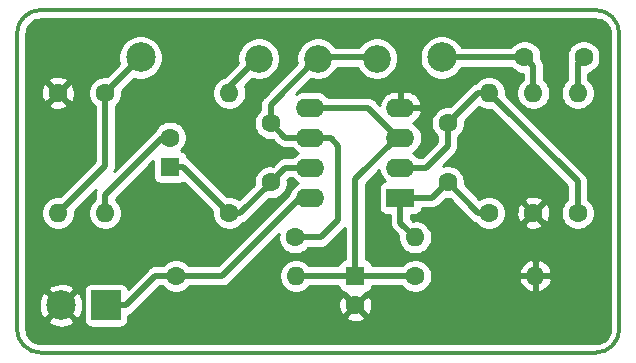
<source format=gbr>
G04 #@! TF.GenerationSoftware,KiCad,Pcbnew,(5.1.5-0-10_14)*
G04 #@! TF.CreationDate,2020-08-10T00:11:30+03:00*
G04 #@! TF.ProjectId,booster-op-amp,626f6f73-7465-4722-9d6f-702d616d702e,1*
G04 #@! TF.SameCoordinates,Original*
G04 #@! TF.FileFunction,Copper,L2,Bot*
G04 #@! TF.FilePolarity,Positive*
%FSLAX46Y46*%
G04 Gerber Fmt 4.6, Leading zero omitted, Abs format (unit mm)*
G04 Created by KiCad (PCBNEW (5.1.5-0-10_14)) date 2020-08-10 00:11:30*
%MOMM*%
%LPD*%
G04 APERTURE LIST*
%ADD10C,0.300000*%
%ADD11C,2.499360*%
%ADD12R,2.499360X2.499360*%
%ADD13O,2.400000X1.600000*%
%ADD14R,2.400000X1.600000*%
%ADD15C,2.340000*%
%ADD16O,1.600000X1.600000*%
%ADD17C,1.600000*%
%ADD18R,1.600000X1.600000*%
%ADD19C,0.500000*%
%ADD20C,0.254000*%
G04 APERTURE END LIST*
D10*
X166388000Y-83768000D02*
G75*
G02X168388000Y-85768000I0J-2000000D01*
G01*
X168388000Y-110768000D02*
G75*
G02X166388000Y-112768000I-2000000J0D01*
G01*
X119388000Y-112768000D02*
G75*
G02X117388000Y-110768000I0J2000000D01*
G01*
X117388000Y-85768000D02*
G75*
G02X119388000Y-83768000I2000000J0D01*
G01*
X119388000Y-112768000D02*
X166388000Y-112768000D01*
X117388000Y-85768000D02*
X117388000Y-110768000D01*
X166388000Y-83768000D02*
X119388000Y-83768000D01*
X168362000Y-110768000D02*
X168362000Y-85768000D01*
D11*
X127862000Y-87768000D03*
X153362000Y-87768000D03*
X121112000Y-108768000D03*
D12*
X124922000Y-108768000D03*
D13*
X142242000Y-99658000D03*
X149862000Y-92038000D03*
X142242000Y-97118000D03*
X149862000Y-94578000D03*
X142242000Y-94578000D03*
X149862000Y-97118000D03*
X142242000Y-92038000D03*
D14*
X149862000Y-99658000D03*
D15*
X147862000Y-87884000D03*
X142862000Y-87884000D03*
X137862000Y-87884000D03*
D16*
X120862000Y-100938000D03*
D17*
X120862000Y-90778000D03*
D16*
X124862000Y-100938000D03*
D17*
X124862000Y-90778000D03*
D16*
X135362000Y-90778000D03*
D17*
X135362000Y-100938000D03*
D16*
X151117000Y-103018000D03*
D17*
X140957000Y-103018000D03*
D16*
X157362000Y-90778000D03*
D17*
X157362000Y-100938000D03*
D16*
X164862000Y-90778000D03*
D17*
X164862000Y-100938000D03*
D16*
X161112000Y-90778000D03*
D17*
X161112000Y-100938000D03*
D16*
X161272000Y-106268000D03*
D17*
X151112000Y-106268000D03*
D16*
X141022000Y-106268000D03*
D17*
X130862000Y-106268000D03*
X130362000Y-94563112D03*
D18*
X130362000Y-97063112D03*
D17*
X138862000Y-93358000D03*
X138862000Y-98358000D03*
X153862000Y-93358000D03*
X153862000Y-98358000D03*
X160362000Y-87768000D03*
X165362000Y-87768000D03*
X146037000Y-108768000D03*
D18*
X146037000Y-106268000D03*
D19*
X149552000Y-94578000D02*
X149862000Y-94578000D01*
X146037000Y-98093000D02*
X149552000Y-94578000D01*
X146037000Y-106268000D02*
X146037000Y-98093000D01*
X151112000Y-106268000D02*
X146037000Y-106268000D01*
X146037000Y-106268000D02*
X141022000Y-106268000D01*
X143942000Y-92038000D02*
X142242000Y-92038000D01*
X147132000Y-92038000D02*
X143942000Y-92038000D01*
X149672000Y-94578000D02*
X147132000Y-92038000D01*
X149862000Y-94578000D02*
X149672000Y-94578000D01*
X161112000Y-88518000D02*
X160362000Y-87768000D01*
X161112000Y-90778000D02*
X161112000Y-88518000D01*
X160362000Y-87768000D02*
X153362000Y-87768000D01*
X164862000Y-88268000D02*
X165362000Y-87768000D01*
X164862000Y-90778000D02*
X164862000Y-88268000D01*
X164862000Y-98278000D02*
X157362000Y-90778000D01*
X164862000Y-100938000D02*
X164862000Y-98278000D01*
X156442000Y-90778000D02*
X153862000Y-93358000D01*
X157362000Y-90778000D02*
X156442000Y-90778000D01*
X152056000Y-97118000D02*
X149862000Y-97118000D01*
X153862000Y-95312000D02*
X152056000Y-97118000D01*
X153862000Y-93358000D02*
X153862000Y-95312000D01*
X152562000Y-99658000D02*
X149862000Y-99658000D01*
X153862000Y-98358000D02*
X152562000Y-99658000D01*
X156442000Y-100938000D02*
X153862000Y-98358000D01*
X157362000Y-100938000D02*
X156442000Y-100938000D01*
X149862000Y-101763000D02*
X151117000Y-103018000D01*
X149862000Y-99658000D02*
X149862000Y-101763000D01*
X140082000Y-94578000D02*
X138862000Y-93358000D01*
X142242000Y-94578000D02*
X140082000Y-94578000D01*
X144612000Y-101518000D02*
X144612000Y-95248000D01*
X140957000Y-103018000D02*
X143112000Y-103018000D01*
X144612000Y-95248000D02*
X143942000Y-94578000D01*
X143942000Y-94578000D02*
X142242000Y-94578000D01*
X143112000Y-103018000D02*
X144612000Y-101518000D01*
X142862000Y-87768000D02*
X147862000Y-87768000D01*
X138862000Y-91768000D02*
X138862000Y-93358000D01*
X142862000Y-87768000D02*
X138862000Y-91768000D01*
X140102000Y-97118000D02*
X138862000Y-98358000D01*
X142242000Y-97118000D02*
X140102000Y-97118000D01*
X131487112Y-97063112D02*
X130362000Y-97063112D01*
X135362000Y-100938000D02*
X131487112Y-97063112D01*
X138862000Y-98374000D02*
X136298000Y-100938000D01*
X136298000Y-100938000D02*
X135362000Y-100938000D01*
X138862000Y-98358000D02*
X138862000Y-98374000D01*
X124862000Y-99806630D02*
X124862000Y-100938000D01*
X124862000Y-99389555D02*
X124862000Y-99806630D01*
X129688443Y-94563112D02*
X124862000Y-99389555D01*
X130362000Y-94563112D02*
X129688443Y-94563112D01*
X124862000Y-96938000D02*
X120862000Y-100938000D01*
X124862000Y-90778000D02*
X124862000Y-96938000D01*
X124862000Y-90768000D02*
X127862000Y-87768000D01*
X124862000Y-90778000D02*
X124862000Y-90768000D01*
X129112000Y-106268000D02*
X130862000Y-106268000D01*
X126612000Y-108768000D02*
X129112000Y-106268000D01*
X124922000Y-108768000D02*
X126612000Y-108768000D01*
X141388000Y-99658000D02*
X142242000Y-99658000D01*
X134778000Y-106268000D02*
X141388000Y-99658000D01*
X130862000Y-106268000D02*
X134778000Y-106268000D01*
X135362000Y-90268000D02*
X137862000Y-87768000D01*
X135362000Y-90778000D02*
X135362000Y-90268000D01*
D20*
G36*
X166623260Y-84579832D02*
G01*
X166849568Y-84648158D01*
X167058288Y-84759137D01*
X167241478Y-84908544D01*
X167392162Y-85090688D01*
X167504592Y-85298624D01*
X167574496Y-85524447D01*
X167586212Y-85635921D01*
X167577001Y-85729439D01*
X167577000Y-110806560D01*
X167586248Y-110900457D01*
X167576168Y-111003262D01*
X167507843Y-111229565D01*
X167396864Y-111438288D01*
X167247458Y-111621477D01*
X167065314Y-111772159D01*
X166857377Y-111884591D01*
X166631552Y-111954496D01*
X166360353Y-111983000D01*
X119426388Y-111983000D01*
X119152738Y-111956168D01*
X118926435Y-111887843D01*
X118717712Y-111776864D01*
X118534523Y-111627458D01*
X118383841Y-111445314D01*
X118271409Y-111237377D01*
X118201504Y-111011552D01*
X118173000Y-110740353D01*
X118173000Y-110081377D01*
X119978229Y-110081377D01*
X120104104Y-110371315D01*
X120436262Y-110537139D01*
X120794387Y-110634975D01*
X121164719Y-110661065D01*
X121533025Y-110614405D01*
X121885151Y-110496789D01*
X122119896Y-110371315D01*
X122245771Y-110081377D01*
X121112000Y-108947605D01*
X119978229Y-110081377D01*
X118173000Y-110081377D01*
X118173000Y-108820719D01*
X119218935Y-108820719D01*
X119265595Y-109189025D01*
X119383211Y-109541151D01*
X119508685Y-109775896D01*
X119798623Y-109901771D01*
X120932395Y-108768000D01*
X121291605Y-108768000D01*
X122425377Y-109901771D01*
X122715315Y-109775896D01*
X122881139Y-109443738D01*
X122978975Y-109085613D01*
X123005065Y-108715281D01*
X122958405Y-108346975D01*
X122840789Y-107994849D01*
X122715315Y-107760104D01*
X122425377Y-107634229D01*
X121291605Y-108768000D01*
X120932395Y-108768000D01*
X119798623Y-107634229D01*
X119508685Y-107760104D01*
X119342861Y-108092262D01*
X119245025Y-108450387D01*
X119218935Y-108820719D01*
X118173000Y-108820719D01*
X118173000Y-107454623D01*
X119978229Y-107454623D01*
X121112000Y-108588395D01*
X122245771Y-107454623D01*
X122119896Y-107164685D01*
X121787738Y-106998861D01*
X121429613Y-106901025D01*
X121059281Y-106874935D01*
X120690975Y-106921595D01*
X120338849Y-107039211D01*
X120104104Y-107164685D01*
X119978229Y-107454623D01*
X118173000Y-107454623D01*
X118173000Y-100796665D01*
X119427000Y-100796665D01*
X119427000Y-101079335D01*
X119482147Y-101356574D01*
X119590320Y-101617727D01*
X119747363Y-101852759D01*
X119947241Y-102052637D01*
X120182273Y-102209680D01*
X120443426Y-102317853D01*
X120720665Y-102373000D01*
X121003335Y-102373000D01*
X121280574Y-102317853D01*
X121541727Y-102209680D01*
X121776759Y-102052637D01*
X121976637Y-101852759D01*
X122133680Y-101617727D01*
X122241853Y-101356574D01*
X122297000Y-101079335D01*
X122297000Y-100796665D01*
X122290017Y-100761561D01*
X124084131Y-98967448D01*
X124040411Y-99049243D01*
X123989805Y-99216066D01*
X123977000Y-99346079D01*
X123977000Y-99346086D01*
X123972719Y-99389555D01*
X123977000Y-99433024D01*
X123977000Y-99803479D01*
X123947241Y-99823363D01*
X123747363Y-100023241D01*
X123590320Y-100258273D01*
X123482147Y-100519426D01*
X123427000Y-100796665D01*
X123427000Y-101079335D01*
X123482147Y-101356574D01*
X123590320Y-101617727D01*
X123747363Y-101852759D01*
X123947241Y-102052637D01*
X124182273Y-102209680D01*
X124443426Y-102317853D01*
X124720665Y-102373000D01*
X125003335Y-102373000D01*
X125280574Y-102317853D01*
X125541727Y-102209680D01*
X125776759Y-102052637D01*
X125976637Y-101852759D01*
X126133680Y-101617727D01*
X126241853Y-101356574D01*
X126297000Y-101079335D01*
X126297000Y-100796665D01*
X126241853Y-100519426D01*
X126133680Y-100258273D01*
X125976637Y-100023241D01*
X125776759Y-99823363D01*
X125747000Y-99803479D01*
X125747000Y-99756133D01*
X128923928Y-96579206D01*
X128923928Y-97863112D01*
X128936188Y-97987594D01*
X128972498Y-98107292D01*
X129031463Y-98217606D01*
X129110815Y-98314297D01*
X129207506Y-98393649D01*
X129317820Y-98452614D01*
X129437518Y-98488924D01*
X129562000Y-98501184D01*
X131162000Y-98501184D01*
X131286482Y-98488924D01*
X131406180Y-98452614D01*
X131516494Y-98393649D01*
X131543724Y-98371302D01*
X133933983Y-100761561D01*
X133927000Y-100796665D01*
X133927000Y-101079335D01*
X133982147Y-101356574D01*
X134090320Y-101617727D01*
X134247363Y-101852759D01*
X134447241Y-102052637D01*
X134682273Y-102209680D01*
X134943426Y-102317853D01*
X135220665Y-102373000D01*
X135503335Y-102373000D01*
X135780574Y-102317853D01*
X136041727Y-102209680D01*
X136276759Y-102052637D01*
X136476637Y-101852759D01*
X136513616Y-101797416D01*
X136638313Y-101759589D01*
X136792059Y-101677411D01*
X136926817Y-101566817D01*
X136954534Y-101533044D01*
X138698907Y-99788672D01*
X138720665Y-99793000D01*
X139003335Y-99793000D01*
X139280574Y-99737853D01*
X139541727Y-99629680D01*
X139776759Y-99472637D01*
X139976637Y-99272759D01*
X140133680Y-99037727D01*
X140241853Y-98776574D01*
X140297000Y-98499335D01*
X140297000Y-98216665D01*
X140290017Y-98181561D01*
X140468579Y-98003000D01*
X140711922Y-98003000D01*
X140822392Y-98137608D01*
X141040899Y-98316932D01*
X141173858Y-98388000D01*
X141040899Y-98459068D01*
X140822392Y-98638392D01*
X140643068Y-98856899D01*
X140509818Y-99106192D01*
X140432133Y-99362288D01*
X134411422Y-105383000D01*
X131996521Y-105383000D01*
X131976637Y-105353241D01*
X131776759Y-105153363D01*
X131541727Y-104996320D01*
X131280574Y-104888147D01*
X131003335Y-104833000D01*
X130720665Y-104833000D01*
X130443426Y-104888147D01*
X130182273Y-104996320D01*
X129947241Y-105153363D01*
X129747363Y-105353241D01*
X129727479Y-105383000D01*
X129155469Y-105383000D01*
X129112000Y-105378719D01*
X129068531Y-105383000D01*
X129068523Y-105383000D01*
X128938510Y-105395805D01*
X128771687Y-105446411D01*
X128617941Y-105528589D01*
X128516953Y-105611468D01*
X128516951Y-105611470D01*
X128483183Y-105639183D01*
X128455470Y-105672951D01*
X126782850Y-107345571D01*
X126761182Y-107274140D01*
X126702217Y-107163826D01*
X126622865Y-107067135D01*
X126526174Y-106987783D01*
X126415860Y-106928818D01*
X126296162Y-106892508D01*
X126171680Y-106880248D01*
X123672320Y-106880248D01*
X123547838Y-106892508D01*
X123428140Y-106928818D01*
X123317826Y-106987783D01*
X123221135Y-107067135D01*
X123141783Y-107163826D01*
X123082818Y-107274140D01*
X123046508Y-107393838D01*
X123034248Y-107518320D01*
X123034248Y-110017680D01*
X123046508Y-110142162D01*
X123082818Y-110261860D01*
X123141783Y-110372174D01*
X123221135Y-110468865D01*
X123317826Y-110548217D01*
X123428140Y-110607182D01*
X123547838Y-110643492D01*
X123672320Y-110655752D01*
X126171680Y-110655752D01*
X126296162Y-110643492D01*
X126415860Y-110607182D01*
X126526174Y-110548217D01*
X126622865Y-110468865D01*
X126702217Y-110372174D01*
X126761182Y-110261860D01*
X126797492Y-110142162D01*
X126809752Y-110017680D01*
X126809752Y-109760702D01*
X145223903Y-109760702D01*
X145295486Y-110004671D01*
X145550996Y-110125571D01*
X145825184Y-110194300D01*
X146107512Y-110208217D01*
X146387130Y-110166787D01*
X146653292Y-110071603D01*
X146778514Y-110004671D01*
X146850097Y-109760702D01*
X146037000Y-108947605D01*
X145223903Y-109760702D01*
X126809752Y-109760702D01*
X126809752Y-109632835D01*
X126952313Y-109589589D01*
X127106059Y-109507411D01*
X127240817Y-109396817D01*
X127268534Y-109363044D01*
X127793066Y-108838512D01*
X144596783Y-108838512D01*
X144638213Y-109118130D01*
X144733397Y-109384292D01*
X144800329Y-109509514D01*
X145044298Y-109581097D01*
X145857395Y-108768000D01*
X146216605Y-108768000D01*
X147029702Y-109581097D01*
X147273671Y-109509514D01*
X147394571Y-109254004D01*
X147463300Y-108979816D01*
X147477217Y-108697488D01*
X147435787Y-108417870D01*
X147340603Y-108151708D01*
X147273671Y-108026486D01*
X147029702Y-107954903D01*
X146216605Y-108768000D01*
X145857395Y-108768000D01*
X145044298Y-107954903D01*
X144800329Y-108026486D01*
X144679429Y-108281996D01*
X144610700Y-108556184D01*
X144596783Y-108838512D01*
X127793066Y-108838512D01*
X129478579Y-107153000D01*
X129727479Y-107153000D01*
X129747363Y-107182759D01*
X129947241Y-107382637D01*
X130182273Y-107539680D01*
X130443426Y-107647853D01*
X130720665Y-107703000D01*
X131003335Y-107703000D01*
X131280574Y-107647853D01*
X131541727Y-107539680D01*
X131776759Y-107382637D01*
X131976637Y-107182759D01*
X131996521Y-107153000D01*
X134734531Y-107153000D01*
X134778000Y-107157281D01*
X134821469Y-107153000D01*
X134821477Y-107153000D01*
X134951490Y-107140195D01*
X135118313Y-107089589D01*
X135272059Y-107007411D01*
X135406817Y-106896817D01*
X135434534Y-106863044D01*
X139547100Y-102750478D01*
X139522000Y-102876665D01*
X139522000Y-103159335D01*
X139577147Y-103436574D01*
X139685320Y-103697727D01*
X139842363Y-103932759D01*
X140042241Y-104132637D01*
X140277273Y-104289680D01*
X140538426Y-104397853D01*
X140815665Y-104453000D01*
X141098335Y-104453000D01*
X141375574Y-104397853D01*
X141636727Y-104289680D01*
X141871759Y-104132637D01*
X142071637Y-103932759D01*
X142091521Y-103903000D01*
X143068531Y-103903000D01*
X143112000Y-103907281D01*
X143155469Y-103903000D01*
X143155477Y-103903000D01*
X143285490Y-103890195D01*
X143452313Y-103839589D01*
X143606059Y-103757411D01*
X143740817Y-103646817D01*
X143768534Y-103613044D01*
X145152000Y-102229578D01*
X145152000Y-104838299D01*
X145112518Y-104842188D01*
X144992820Y-104878498D01*
X144882506Y-104937463D01*
X144785815Y-105016815D01*
X144706463Y-105113506D01*
X144647498Y-105223820D01*
X144611188Y-105343518D01*
X144607299Y-105383000D01*
X142156521Y-105383000D01*
X142136637Y-105353241D01*
X141936759Y-105153363D01*
X141701727Y-104996320D01*
X141440574Y-104888147D01*
X141163335Y-104833000D01*
X140880665Y-104833000D01*
X140603426Y-104888147D01*
X140342273Y-104996320D01*
X140107241Y-105153363D01*
X139907363Y-105353241D01*
X139750320Y-105588273D01*
X139642147Y-105849426D01*
X139587000Y-106126665D01*
X139587000Y-106409335D01*
X139642147Y-106686574D01*
X139750320Y-106947727D01*
X139907363Y-107182759D01*
X140107241Y-107382637D01*
X140342273Y-107539680D01*
X140603426Y-107647853D01*
X140880665Y-107703000D01*
X141163335Y-107703000D01*
X141440574Y-107647853D01*
X141701727Y-107539680D01*
X141936759Y-107382637D01*
X142136637Y-107182759D01*
X142156521Y-107153000D01*
X144607299Y-107153000D01*
X144611188Y-107192482D01*
X144647498Y-107312180D01*
X144706463Y-107422494D01*
X144785815Y-107519185D01*
X144882506Y-107598537D01*
X144992820Y-107657502D01*
X145112518Y-107693812D01*
X145237000Y-107706072D01*
X145244215Y-107706072D01*
X145223903Y-107775298D01*
X146037000Y-108588395D01*
X146850097Y-107775298D01*
X146829785Y-107706072D01*
X146837000Y-107706072D01*
X146961482Y-107693812D01*
X147081180Y-107657502D01*
X147191494Y-107598537D01*
X147288185Y-107519185D01*
X147367537Y-107422494D01*
X147426502Y-107312180D01*
X147462812Y-107192482D01*
X147466701Y-107153000D01*
X149977479Y-107153000D01*
X149997363Y-107182759D01*
X150197241Y-107382637D01*
X150432273Y-107539680D01*
X150693426Y-107647853D01*
X150970665Y-107703000D01*
X151253335Y-107703000D01*
X151530574Y-107647853D01*
X151791727Y-107539680D01*
X152026759Y-107382637D01*
X152226637Y-107182759D01*
X152383680Y-106947727D01*
X152491853Y-106686574D01*
X152505684Y-106617039D01*
X159880096Y-106617039D01*
X159920754Y-106751087D01*
X160040963Y-107005420D01*
X160208481Y-107231414D01*
X160416869Y-107420385D01*
X160658119Y-107565070D01*
X160922960Y-107659909D01*
X161145000Y-107538624D01*
X161145000Y-106395000D01*
X161399000Y-106395000D01*
X161399000Y-107538624D01*
X161621040Y-107659909D01*
X161885881Y-107565070D01*
X162127131Y-107420385D01*
X162335519Y-107231414D01*
X162503037Y-107005420D01*
X162623246Y-106751087D01*
X162663904Y-106617039D01*
X162541915Y-106395000D01*
X161399000Y-106395000D01*
X161145000Y-106395000D01*
X160002085Y-106395000D01*
X159880096Y-106617039D01*
X152505684Y-106617039D01*
X152547000Y-106409335D01*
X152547000Y-106126665D01*
X152505685Y-105918961D01*
X159880096Y-105918961D01*
X160002085Y-106141000D01*
X161145000Y-106141000D01*
X161145000Y-104997376D01*
X161399000Y-104997376D01*
X161399000Y-106141000D01*
X162541915Y-106141000D01*
X162663904Y-105918961D01*
X162623246Y-105784913D01*
X162503037Y-105530580D01*
X162335519Y-105304586D01*
X162127131Y-105115615D01*
X161885881Y-104970930D01*
X161621040Y-104876091D01*
X161399000Y-104997376D01*
X161145000Y-104997376D01*
X160922960Y-104876091D01*
X160658119Y-104970930D01*
X160416869Y-105115615D01*
X160208481Y-105304586D01*
X160040963Y-105530580D01*
X159920754Y-105784913D01*
X159880096Y-105918961D01*
X152505685Y-105918961D01*
X152491853Y-105849426D01*
X152383680Y-105588273D01*
X152226637Y-105353241D01*
X152026759Y-105153363D01*
X151791727Y-104996320D01*
X151530574Y-104888147D01*
X151253335Y-104833000D01*
X150970665Y-104833000D01*
X150693426Y-104888147D01*
X150432273Y-104996320D01*
X150197241Y-105153363D01*
X149997363Y-105353241D01*
X149977479Y-105383000D01*
X147466701Y-105383000D01*
X147462812Y-105343518D01*
X147426502Y-105223820D01*
X147367537Y-105113506D01*
X147288185Y-105016815D01*
X147191494Y-104937463D01*
X147081180Y-104878498D01*
X146961482Y-104842188D01*
X146922000Y-104838299D01*
X146922000Y-98459578D01*
X148041892Y-97339687D01*
X148047764Y-97399309D01*
X148129818Y-97669808D01*
X148263068Y-97919101D01*
X148442392Y-98137608D01*
X148555482Y-98230419D01*
X148537518Y-98232188D01*
X148417820Y-98268498D01*
X148307506Y-98327463D01*
X148210815Y-98406815D01*
X148131463Y-98503506D01*
X148072498Y-98613820D01*
X148036188Y-98733518D01*
X148023928Y-98858000D01*
X148023928Y-100458000D01*
X148036188Y-100582482D01*
X148072498Y-100702180D01*
X148131463Y-100812494D01*
X148210815Y-100909185D01*
X148307506Y-100988537D01*
X148417820Y-101047502D01*
X148537518Y-101083812D01*
X148662000Y-101096072D01*
X148977001Y-101096072D01*
X148977001Y-101719521D01*
X148972719Y-101763000D01*
X148989805Y-101936490D01*
X149040412Y-102103313D01*
X149122590Y-102257059D01*
X149205468Y-102358046D01*
X149205471Y-102358049D01*
X149233184Y-102391817D01*
X149266951Y-102419529D01*
X149688983Y-102841561D01*
X149682000Y-102876665D01*
X149682000Y-103159335D01*
X149737147Y-103436574D01*
X149845320Y-103697727D01*
X150002363Y-103932759D01*
X150202241Y-104132637D01*
X150437273Y-104289680D01*
X150698426Y-104397853D01*
X150975665Y-104453000D01*
X151258335Y-104453000D01*
X151535574Y-104397853D01*
X151796727Y-104289680D01*
X152031759Y-104132637D01*
X152231637Y-103932759D01*
X152388680Y-103697727D01*
X152496853Y-103436574D01*
X152552000Y-103159335D01*
X152552000Y-102876665D01*
X152496853Y-102599426D01*
X152388680Y-102338273D01*
X152231637Y-102103241D01*
X152031759Y-101903363D01*
X151796727Y-101746320D01*
X151535574Y-101638147D01*
X151258335Y-101583000D01*
X150975665Y-101583000D01*
X150940561Y-101589983D01*
X150747000Y-101396422D01*
X150747000Y-101096072D01*
X151062000Y-101096072D01*
X151186482Y-101083812D01*
X151306180Y-101047502D01*
X151416494Y-100988537D01*
X151513185Y-100909185D01*
X151592537Y-100812494D01*
X151651502Y-100702180D01*
X151687812Y-100582482D01*
X151691701Y-100543000D01*
X152518531Y-100543000D01*
X152562000Y-100547281D01*
X152605469Y-100543000D01*
X152605477Y-100543000D01*
X152735490Y-100530195D01*
X152902313Y-100479589D01*
X153056059Y-100397411D01*
X153190817Y-100286817D01*
X153218534Y-100253044D01*
X153685561Y-99786017D01*
X153720665Y-99793000D01*
X154003335Y-99793000D01*
X154038439Y-99786017D01*
X155785470Y-101533049D01*
X155813183Y-101566817D01*
X155846951Y-101594530D01*
X155846953Y-101594532D01*
X155875216Y-101617727D01*
X155947941Y-101677411D01*
X156101687Y-101759589D01*
X156206317Y-101791329D01*
X156247363Y-101852759D01*
X156447241Y-102052637D01*
X156682273Y-102209680D01*
X156943426Y-102317853D01*
X157220665Y-102373000D01*
X157503335Y-102373000D01*
X157780574Y-102317853D01*
X158041727Y-102209680D01*
X158276759Y-102052637D01*
X158398694Y-101930702D01*
X160298903Y-101930702D01*
X160370486Y-102174671D01*
X160625996Y-102295571D01*
X160900184Y-102364300D01*
X161182512Y-102378217D01*
X161462130Y-102336787D01*
X161728292Y-102241603D01*
X161853514Y-102174671D01*
X161925097Y-101930702D01*
X161112000Y-101117605D01*
X160298903Y-101930702D01*
X158398694Y-101930702D01*
X158476637Y-101852759D01*
X158633680Y-101617727D01*
X158741853Y-101356574D01*
X158797000Y-101079335D01*
X158797000Y-101008512D01*
X159671783Y-101008512D01*
X159713213Y-101288130D01*
X159808397Y-101554292D01*
X159875329Y-101679514D01*
X160119298Y-101751097D01*
X160932395Y-100938000D01*
X161291605Y-100938000D01*
X162104702Y-101751097D01*
X162348671Y-101679514D01*
X162469571Y-101424004D01*
X162538300Y-101149816D01*
X162552217Y-100867488D01*
X162510787Y-100587870D01*
X162415603Y-100321708D01*
X162348671Y-100196486D01*
X162104702Y-100124903D01*
X161291605Y-100938000D01*
X160932395Y-100938000D01*
X160119298Y-100124903D01*
X159875329Y-100196486D01*
X159754429Y-100451996D01*
X159685700Y-100726184D01*
X159671783Y-101008512D01*
X158797000Y-101008512D01*
X158797000Y-100796665D01*
X158741853Y-100519426D01*
X158633680Y-100258273D01*
X158476637Y-100023241D01*
X158398694Y-99945298D01*
X160298903Y-99945298D01*
X161112000Y-100758395D01*
X161925097Y-99945298D01*
X161853514Y-99701329D01*
X161598004Y-99580429D01*
X161323816Y-99511700D01*
X161041488Y-99497783D01*
X160761870Y-99539213D01*
X160495708Y-99634397D01*
X160370486Y-99701329D01*
X160298903Y-99945298D01*
X158398694Y-99945298D01*
X158276759Y-99823363D01*
X158041727Y-99666320D01*
X157780574Y-99558147D01*
X157503335Y-99503000D01*
X157220665Y-99503000D01*
X156943426Y-99558147D01*
X156682273Y-99666320D01*
X156526190Y-99770611D01*
X155290017Y-98534439D01*
X155297000Y-98499335D01*
X155297000Y-98216665D01*
X155241853Y-97939426D01*
X155133680Y-97678273D01*
X154976637Y-97443241D01*
X154776759Y-97243363D01*
X154541727Y-97086320D01*
X154280574Y-96978147D01*
X154003335Y-96923000D01*
X153720665Y-96923000D01*
X153448426Y-96977152D01*
X154457049Y-95968530D01*
X154490817Y-95940817D01*
X154601411Y-95806059D01*
X154683589Y-95652313D01*
X154734195Y-95485490D01*
X154747000Y-95355477D01*
X154747000Y-95355469D01*
X154751281Y-95312000D01*
X154747000Y-95268531D01*
X154747000Y-94492521D01*
X154776759Y-94472637D01*
X154976637Y-94272759D01*
X155133680Y-94037727D01*
X155241853Y-93776574D01*
X155297000Y-93499335D01*
X155297000Y-93216665D01*
X155290017Y-93181561D01*
X156526190Y-91945389D01*
X156682273Y-92049680D01*
X156943426Y-92157853D01*
X157220665Y-92213000D01*
X157503335Y-92213000D01*
X157538439Y-92206017D01*
X163977001Y-98644580D01*
X163977000Y-99803478D01*
X163947241Y-99823363D01*
X163747363Y-100023241D01*
X163590320Y-100258273D01*
X163482147Y-100519426D01*
X163427000Y-100796665D01*
X163427000Y-101079335D01*
X163482147Y-101356574D01*
X163590320Y-101617727D01*
X163747363Y-101852759D01*
X163947241Y-102052637D01*
X164182273Y-102209680D01*
X164443426Y-102317853D01*
X164720665Y-102373000D01*
X165003335Y-102373000D01*
X165280574Y-102317853D01*
X165541727Y-102209680D01*
X165776759Y-102052637D01*
X165976637Y-101852759D01*
X166133680Y-101617727D01*
X166241853Y-101356574D01*
X166297000Y-101079335D01*
X166297000Y-100796665D01*
X166241853Y-100519426D01*
X166133680Y-100258273D01*
X165976637Y-100023241D01*
X165776759Y-99823363D01*
X165747000Y-99803479D01*
X165747000Y-98321469D01*
X165751281Y-98278000D01*
X165747000Y-98234531D01*
X165747000Y-98234523D01*
X165734195Y-98104510D01*
X165683589Y-97937687D01*
X165601411Y-97783941D01*
X165546858Y-97717468D01*
X165518532Y-97682953D01*
X165518530Y-97682951D01*
X165490817Y-97649183D01*
X165457049Y-97621470D01*
X158790017Y-90954439D01*
X158797000Y-90919335D01*
X158797000Y-90636665D01*
X158741853Y-90359426D01*
X158633680Y-90098273D01*
X158476637Y-89863241D01*
X158276759Y-89663363D01*
X158041727Y-89506320D01*
X157780574Y-89398147D01*
X157503335Y-89343000D01*
X157220665Y-89343000D01*
X156943426Y-89398147D01*
X156682273Y-89506320D01*
X156447241Y-89663363D01*
X156247363Y-89863241D01*
X156206317Y-89924671D01*
X156101687Y-89956411D01*
X155947941Y-90038589D01*
X155947939Y-90038590D01*
X155947940Y-90038590D01*
X155846953Y-90121468D01*
X155846951Y-90121470D01*
X155813183Y-90149183D01*
X155785470Y-90182951D01*
X154038439Y-91929983D01*
X154003335Y-91923000D01*
X153720665Y-91923000D01*
X153443426Y-91978147D01*
X153182273Y-92086320D01*
X152947241Y-92243363D01*
X152747363Y-92443241D01*
X152590320Y-92678273D01*
X152482147Y-92939426D01*
X152427000Y-93216665D01*
X152427000Y-93499335D01*
X152482147Y-93776574D01*
X152590320Y-94037727D01*
X152747363Y-94272759D01*
X152947241Y-94472637D01*
X152977001Y-94492522D01*
X152977001Y-94945420D01*
X151689422Y-96233000D01*
X151392078Y-96233000D01*
X151281608Y-96098392D01*
X151063101Y-95919068D01*
X150930142Y-95848000D01*
X151063101Y-95776932D01*
X151281608Y-95597608D01*
X151460932Y-95379101D01*
X151594182Y-95129808D01*
X151676236Y-94859309D01*
X151703943Y-94578000D01*
X151676236Y-94296691D01*
X151594182Y-94026192D01*
X151460932Y-93776899D01*
X151281608Y-93558392D01*
X151063101Y-93379068D01*
X150935259Y-93310735D01*
X151164839Y-93160601D01*
X151366500Y-92962895D01*
X151525715Y-92729646D01*
X151636367Y-92469818D01*
X151653904Y-92387039D01*
X151531915Y-92165000D01*
X149989000Y-92165000D01*
X149989000Y-92185000D01*
X149735000Y-92185000D01*
X149735000Y-92165000D01*
X149715000Y-92165000D01*
X149715000Y-91911000D01*
X149735000Y-91911000D01*
X149735000Y-90603000D01*
X149989000Y-90603000D01*
X149989000Y-91911000D01*
X151531915Y-91911000D01*
X151653904Y-91688961D01*
X151636367Y-91606182D01*
X151525715Y-91346354D01*
X151366500Y-91113105D01*
X151164839Y-90915399D01*
X150928483Y-90760834D01*
X150666514Y-90655350D01*
X150389000Y-90603000D01*
X149989000Y-90603000D01*
X149735000Y-90603000D01*
X149335000Y-90603000D01*
X149057486Y-90655350D01*
X148795517Y-90760834D01*
X148559161Y-90915399D01*
X148357500Y-91113105D01*
X148198285Y-91346354D01*
X148087633Y-91606182D01*
X148070096Y-91688961D01*
X148113450Y-91767872D01*
X147788534Y-91442956D01*
X147760817Y-91409183D01*
X147626059Y-91298589D01*
X147472313Y-91216411D01*
X147305490Y-91165805D01*
X147175477Y-91153000D01*
X147175469Y-91153000D01*
X147132000Y-91148719D01*
X147088531Y-91153000D01*
X143772078Y-91153000D01*
X143661608Y-91018392D01*
X143443101Y-90839068D01*
X143193808Y-90705818D01*
X142923309Y-90623764D01*
X142712492Y-90603000D01*
X141771508Y-90603000D01*
X141560691Y-90623764D01*
X141290192Y-90705818D01*
X141044361Y-90837218D01*
X142283488Y-89598091D01*
X142335501Y-89619635D01*
X142684223Y-89689000D01*
X143039777Y-89689000D01*
X143388499Y-89619635D01*
X143716988Y-89483571D01*
X144012621Y-89286035D01*
X144264035Y-89034621D01*
X144461571Y-88738988D01*
X144497188Y-88653000D01*
X146226812Y-88653000D01*
X146262429Y-88738988D01*
X146459965Y-89034621D01*
X146711379Y-89286035D01*
X147007012Y-89483571D01*
X147335501Y-89619635D01*
X147684223Y-89689000D01*
X148039777Y-89689000D01*
X148388499Y-89619635D01*
X148716988Y-89483571D01*
X149012621Y-89286035D01*
X149264035Y-89034621D01*
X149461571Y-88738988D01*
X149597635Y-88410499D01*
X149667000Y-88061777D01*
X149667000Y-87706223D01*
X149642366Y-87582375D01*
X151477320Y-87582375D01*
X151477320Y-87953625D01*
X151549747Y-88317741D01*
X151691818Y-88660731D01*
X151898074Y-88969413D01*
X152160587Y-89231926D01*
X152469269Y-89438182D01*
X152812259Y-89580253D01*
X153176375Y-89652680D01*
X153547625Y-89652680D01*
X153911741Y-89580253D01*
X154254731Y-89438182D01*
X154563413Y-89231926D01*
X154825926Y-88969413D01*
X155032182Y-88660731D01*
X155035384Y-88653000D01*
X159227479Y-88653000D01*
X159247363Y-88682759D01*
X159447241Y-88882637D01*
X159682273Y-89039680D01*
X159943426Y-89147853D01*
X160220665Y-89203000D01*
X160227001Y-89203000D01*
X160227001Y-89643478D01*
X160197241Y-89663363D01*
X159997363Y-89863241D01*
X159840320Y-90098273D01*
X159732147Y-90359426D01*
X159677000Y-90636665D01*
X159677000Y-90919335D01*
X159732147Y-91196574D01*
X159840320Y-91457727D01*
X159997363Y-91692759D01*
X160197241Y-91892637D01*
X160432273Y-92049680D01*
X160693426Y-92157853D01*
X160970665Y-92213000D01*
X161253335Y-92213000D01*
X161530574Y-92157853D01*
X161791727Y-92049680D01*
X162026759Y-91892637D01*
X162226637Y-91692759D01*
X162383680Y-91457727D01*
X162491853Y-91196574D01*
X162547000Y-90919335D01*
X162547000Y-90636665D01*
X163427000Y-90636665D01*
X163427000Y-90919335D01*
X163482147Y-91196574D01*
X163590320Y-91457727D01*
X163747363Y-91692759D01*
X163947241Y-91892637D01*
X164182273Y-92049680D01*
X164443426Y-92157853D01*
X164720665Y-92213000D01*
X165003335Y-92213000D01*
X165280574Y-92157853D01*
X165541727Y-92049680D01*
X165776759Y-91892637D01*
X165976637Y-91692759D01*
X166133680Y-91457727D01*
X166241853Y-91196574D01*
X166297000Y-90919335D01*
X166297000Y-90636665D01*
X166241853Y-90359426D01*
X166133680Y-90098273D01*
X165976637Y-89863241D01*
X165776759Y-89663363D01*
X165747000Y-89643479D01*
X165747000Y-89154531D01*
X165780574Y-89147853D01*
X166041727Y-89039680D01*
X166276759Y-88882637D01*
X166476637Y-88682759D01*
X166633680Y-88447727D01*
X166741853Y-88186574D01*
X166797000Y-87909335D01*
X166797000Y-87626665D01*
X166741853Y-87349426D01*
X166633680Y-87088273D01*
X166476637Y-86853241D01*
X166276759Y-86653363D01*
X166041727Y-86496320D01*
X165780574Y-86388147D01*
X165503335Y-86333000D01*
X165220665Y-86333000D01*
X164943426Y-86388147D01*
X164682273Y-86496320D01*
X164447241Y-86653363D01*
X164247363Y-86853241D01*
X164090320Y-87088273D01*
X163982147Y-87349426D01*
X163927000Y-87626665D01*
X163927000Y-87909335D01*
X163981205Y-88181837D01*
X163972719Y-88268000D01*
X163977001Y-88311479D01*
X163977000Y-89643478D01*
X163947241Y-89663363D01*
X163747363Y-89863241D01*
X163590320Y-90098273D01*
X163482147Y-90359426D01*
X163427000Y-90636665D01*
X162547000Y-90636665D01*
X162491853Y-90359426D01*
X162383680Y-90098273D01*
X162226637Y-89863241D01*
X162026759Y-89663363D01*
X161997000Y-89643479D01*
X161997000Y-88561465D01*
X162001281Y-88517999D01*
X161997000Y-88474533D01*
X161997000Y-88474523D01*
X161984195Y-88344510D01*
X161933589Y-88177687D01*
X161851411Y-88023941D01*
X161793704Y-87953625D01*
X161789266Y-87948217D01*
X161797000Y-87909335D01*
X161797000Y-87626665D01*
X161741853Y-87349426D01*
X161633680Y-87088273D01*
X161476637Y-86853241D01*
X161276759Y-86653363D01*
X161041727Y-86496320D01*
X160780574Y-86388147D01*
X160503335Y-86333000D01*
X160220665Y-86333000D01*
X159943426Y-86388147D01*
X159682273Y-86496320D01*
X159447241Y-86653363D01*
X159247363Y-86853241D01*
X159227479Y-86883000D01*
X155035384Y-86883000D01*
X155032182Y-86875269D01*
X154825926Y-86566587D01*
X154563413Y-86304074D01*
X154254731Y-86097818D01*
X153911741Y-85955747D01*
X153547625Y-85883320D01*
X153176375Y-85883320D01*
X152812259Y-85955747D01*
X152469269Y-86097818D01*
X152160587Y-86304074D01*
X151898074Y-86566587D01*
X151691818Y-86875269D01*
X151549747Y-87218259D01*
X151477320Y-87582375D01*
X149642366Y-87582375D01*
X149597635Y-87357501D01*
X149461571Y-87029012D01*
X149264035Y-86733379D01*
X149012621Y-86481965D01*
X148716988Y-86284429D01*
X148388499Y-86148365D01*
X148039777Y-86079000D01*
X147684223Y-86079000D01*
X147335501Y-86148365D01*
X147007012Y-86284429D01*
X146711379Y-86481965D01*
X146459965Y-86733379D01*
X146359991Y-86883000D01*
X144364009Y-86883000D01*
X144264035Y-86733379D01*
X144012621Y-86481965D01*
X143716988Y-86284429D01*
X143388499Y-86148365D01*
X143039777Y-86079000D01*
X142684223Y-86079000D01*
X142335501Y-86148365D01*
X142007012Y-86284429D01*
X141711379Y-86481965D01*
X141459965Y-86733379D01*
X141262429Y-87029012D01*
X141126365Y-87357501D01*
X141057000Y-87706223D01*
X141057000Y-88061777D01*
X141100078Y-88278344D01*
X138266956Y-91111466D01*
X138233183Y-91139183D01*
X138122589Y-91273942D01*
X138040411Y-91427688D01*
X138005157Y-91543904D01*
X137989805Y-91594510D01*
X137988212Y-91610686D01*
X137977000Y-91724524D01*
X137977000Y-91724531D01*
X137972719Y-91768000D01*
X137977000Y-91811469D01*
X137977000Y-92223479D01*
X137947241Y-92243363D01*
X137747363Y-92443241D01*
X137590320Y-92678273D01*
X137482147Y-92939426D01*
X137427000Y-93216665D01*
X137427000Y-93499335D01*
X137482147Y-93776574D01*
X137590320Y-94037727D01*
X137747363Y-94272759D01*
X137947241Y-94472637D01*
X138182273Y-94629680D01*
X138443426Y-94737853D01*
X138720665Y-94793000D01*
X139003335Y-94793000D01*
X139038439Y-94786017D01*
X139425468Y-95173047D01*
X139453183Y-95206817D01*
X139486951Y-95234530D01*
X139486953Y-95234532D01*
X139587941Y-95317411D01*
X139741686Y-95399589D01*
X139901643Y-95448112D01*
X139908510Y-95450195D01*
X140038523Y-95463000D01*
X140038531Y-95463000D01*
X140082000Y-95467281D01*
X140125469Y-95463000D01*
X140711922Y-95463000D01*
X140822392Y-95597608D01*
X141040899Y-95776932D01*
X141173858Y-95848000D01*
X141040899Y-95919068D01*
X140822392Y-96098392D01*
X140711922Y-96233000D01*
X140145469Y-96233000D01*
X140102000Y-96228719D01*
X140058531Y-96233000D01*
X140058523Y-96233000D01*
X139928510Y-96245805D01*
X139761687Y-96296411D01*
X139710629Y-96323702D01*
X139607941Y-96378589D01*
X139506953Y-96461468D01*
X139506951Y-96461470D01*
X139473183Y-96489183D01*
X139445470Y-96522951D01*
X139038439Y-96929983D01*
X139003335Y-96923000D01*
X138720665Y-96923000D01*
X138443426Y-96978147D01*
X138182273Y-97086320D01*
X137947241Y-97243363D01*
X137747363Y-97443241D01*
X137590320Y-97678273D01*
X137482147Y-97939426D01*
X137427000Y-98216665D01*
X137427000Y-98499335D01*
X137436637Y-98547784D01*
X136207402Y-99777020D01*
X136041727Y-99666320D01*
X135780574Y-99558147D01*
X135503335Y-99503000D01*
X135220665Y-99503000D01*
X135185561Y-99509983D01*
X132143646Y-96468068D01*
X132115929Y-96434295D01*
X131981171Y-96323701D01*
X131827425Y-96241523D01*
X131797038Y-96232305D01*
X131787812Y-96138630D01*
X131751502Y-96018932D01*
X131692537Y-95908618D01*
X131613185Y-95811927D01*
X131516494Y-95732575D01*
X131406180Y-95673610D01*
X131310057Y-95644451D01*
X131476637Y-95477871D01*
X131633680Y-95242839D01*
X131741853Y-94981686D01*
X131797000Y-94704447D01*
X131797000Y-94421777D01*
X131741853Y-94144538D01*
X131633680Y-93883385D01*
X131476637Y-93648353D01*
X131276759Y-93448475D01*
X131041727Y-93291432D01*
X130780574Y-93183259D01*
X130503335Y-93128112D01*
X130220665Y-93128112D01*
X129943426Y-93183259D01*
X129682273Y-93291432D01*
X129447241Y-93448475D01*
X129247363Y-93648353D01*
X129090320Y-93883385D01*
X129074180Y-93922351D01*
X129059626Y-93934295D01*
X129031913Y-93968063D01*
X125639870Y-97360107D01*
X125683589Y-97278313D01*
X125734195Y-97111490D01*
X125747000Y-96981477D01*
X125747000Y-96981467D01*
X125751281Y-96938001D01*
X125747000Y-96894535D01*
X125747000Y-91912521D01*
X125776759Y-91892637D01*
X125976637Y-91692759D01*
X126133680Y-91457727D01*
X126241853Y-91196574D01*
X126297000Y-90919335D01*
X126297000Y-90636665D01*
X133927000Y-90636665D01*
X133927000Y-90919335D01*
X133982147Y-91196574D01*
X134090320Y-91457727D01*
X134247363Y-91692759D01*
X134447241Y-91892637D01*
X134682273Y-92049680D01*
X134943426Y-92157853D01*
X135220665Y-92213000D01*
X135503335Y-92213000D01*
X135780574Y-92157853D01*
X136041727Y-92049680D01*
X136276759Y-91892637D01*
X136476637Y-91692759D01*
X136633680Y-91457727D01*
X136741853Y-91196574D01*
X136797000Y-90919335D01*
X136797000Y-90636665D01*
X136741853Y-90359426D01*
X136677504Y-90204074D01*
X137283488Y-89598091D01*
X137335501Y-89619635D01*
X137684223Y-89689000D01*
X138039777Y-89689000D01*
X138388499Y-89619635D01*
X138716988Y-89483571D01*
X139012621Y-89286035D01*
X139264035Y-89034621D01*
X139461571Y-88738988D01*
X139597635Y-88410499D01*
X139667000Y-88061777D01*
X139667000Y-87706223D01*
X139597635Y-87357501D01*
X139461571Y-87029012D01*
X139264035Y-86733379D01*
X139012621Y-86481965D01*
X138716988Y-86284429D01*
X138388499Y-86148365D01*
X138039777Y-86079000D01*
X137684223Y-86079000D01*
X137335501Y-86148365D01*
X137007012Y-86284429D01*
X136711379Y-86481965D01*
X136459965Y-86733379D01*
X136262429Y-87029012D01*
X136126365Y-87357501D01*
X136057000Y-87706223D01*
X136057000Y-88061777D01*
X136100078Y-88278344D01*
X134989425Y-89388997D01*
X134943426Y-89398147D01*
X134682273Y-89506320D01*
X134447241Y-89663363D01*
X134247363Y-89863241D01*
X134090320Y-90098273D01*
X133982147Y-90359426D01*
X133927000Y-90636665D01*
X126297000Y-90636665D01*
X126288358Y-90593220D01*
X127304528Y-89577051D01*
X127312259Y-89580253D01*
X127676375Y-89652680D01*
X128047625Y-89652680D01*
X128411741Y-89580253D01*
X128754731Y-89438182D01*
X129063413Y-89231926D01*
X129325926Y-88969413D01*
X129532182Y-88660731D01*
X129674253Y-88317741D01*
X129746680Y-87953625D01*
X129746680Y-87582375D01*
X129674253Y-87218259D01*
X129532182Y-86875269D01*
X129325926Y-86566587D01*
X129063413Y-86304074D01*
X128754731Y-86097818D01*
X128411741Y-85955747D01*
X128047625Y-85883320D01*
X127676375Y-85883320D01*
X127312259Y-85955747D01*
X126969269Y-86097818D01*
X126660587Y-86304074D01*
X126398074Y-86566587D01*
X126191818Y-86875269D01*
X126049747Y-87218259D01*
X125977320Y-87582375D01*
X125977320Y-87953625D01*
X126049747Y-88317741D01*
X126052949Y-88325472D01*
X125030098Y-89348324D01*
X125003335Y-89343000D01*
X124720665Y-89343000D01*
X124443426Y-89398147D01*
X124182273Y-89506320D01*
X123947241Y-89663363D01*
X123747363Y-89863241D01*
X123590320Y-90098273D01*
X123482147Y-90359426D01*
X123427000Y-90636665D01*
X123427000Y-90919335D01*
X123482147Y-91196574D01*
X123590320Y-91457727D01*
X123747363Y-91692759D01*
X123947241Y-91892637D01*
X123977000Y-91912521D01*
X123977001Y-96571420D01*
X121038439Y-99509983D01*
X121003335Y-99503000D01*
X120720665Y-99503000D01*
X120443426Y-99558147D01*
X120182273Y-99666320D01*
X119947241Y-99823363D01*
X119747363Y-100023241D01*
X119590320Y-100258273D01*
X119482147Y-100519426D01*
X119427000Y-100796665D01*
X118173000Y-100796665D01*
X118173000Y-91770702D01*
X120048903Y-91770702D01*
X120120486Y-92014671D01*
X120375996Y-92135571D01*
X120650184Y-92204300D01*
X120932512Y-92218217D01*
X121212130Y-92176787D01*
X121478292Y-92081603D01*
X121603514Y-92014671D01*
X121675097Y-91770702D01*
X120862000Y-90957605D01*
X120048903Y-91770702D01*
X118173000Y-91770702D01*
X118173000Y-90848512D01*
X119421783Y-90848512D01*
X119463213Y-91128130D01*
X119558397Y-91394292D01*
X119625329Y-91519514D01*
X119869298Y-91591097D01*
X120682395Y-90778000D01*
X121041605Y-90778000D01*
X121854702Y-91591097D01*
X122098671Y-91519514D01*
X122219571Y-91264004D01*
X122288300Y-90989816D01*
X122302217Y-90707488D01*
X122260787Y-90427870D01*
X122165603Y-90161708D01*
X122098671Y-90036486D01*
X121854702Y-89964903D01*
X121041605Y-90778000D01*
X120682395Y-90778000D01*
X119869298Y-89964903D01*
X119625329Y-90036486D01*
X119504429Y-90291996D01*
X119435700Y-90566184D01*
X119421783Y-90848512D01*
X118173000Y-90848512D01*
X118173000Y-89785298D01*
X120048903Y-89785298D01*
X120862000Y-90598395D01*
X121675097Y-89785298D01*
X121603514Y-89541329D01*
X121348004Y-89420429D01*
X121073816Y-89351700D01*
X120791488Y-89337783D01*
X120511870Y-89379213D01*
X120245708Y-89474397D01*
X120120486Y-89541329D01*
X120048903Y-89785298D01*
X118173000Y-89785298D01*
X118173000Y-85806388D01*
X118199832Y-85532740D01*
X118268158Y-85306432D01*
X118379137Y-85097712D01*
X118528544Y-84914522D01*
X118710688Y-84763838D01*
X118918624Y-84651408D01*
X119144447Y-84581504D01*
X119415647Y-84553000D01*
X166349612Y-84553000D01*
X166623260Y-84579832D01*
G37*
X166623260Y-84579832D02*
X166849568Y-84648158D01*
X167058288Y-84759137D01*
X167241478Y-84908544D01*
X167392162Y-85090688D01*
X167504592Y-85298624D01*
X167574496Y-85524447D01*
X167586212Y-85635921D01*
X167577001Y-85729439D01*
X167577000Y-110806560D01*
X167586248Y-110900457D01*
X167576168Y-111003262D01*
X167507843Y-111229565D01*
X167396864Y-111438288D01*
X167247458Y-111621477D01*
X167065314Y-111772159D01*
X166857377Y-111884591D01*
X166631552Y-111954496D01*
X166360353Y-111983000D01*
X119426388Y-111983000D01*
X119152738Y-111956168D01*
X118926435Y-111887843D01*
X118717712Y-111776864D01*
X118534523Y-111627458D01*
X118383841Y-111445314D01*
X118271409Y-111237377D01*
X118201504Y-111011552D01*
X118173000Y-110740353D01*
X118173000Y-110081377D01*
X119978229Y-110081377D01*
X120104104Y-110371315D01*
X120436262Y-110537139D01*
X120794387Y-110634975D01*
X121164719Y-110661065D01*
X121533025Y-110614405D01*
X121885151Y-110496789D01*
X122119896Y-110371315D01*
X122245771Y-110081377D01*
X121112000Y-108947605D01*
X119978229Y-110081377D01*
X118173000Y-110081377D01*
X118173000Y-108820719D01*
X119218935Y-108820719D01*
X119265595Y-109189025D01*
X119383211Y-109541151D01*
X119508685Y-109775896D01*
X119798623Y-109901771D01*
X120932395Y-108768000D01*
X121291605Y-108768000D01*
X122425377Y-109901771D01*
X122715315Y-109775896D01*
X122881139Y-109443738D01*
X122978975Y-109085613D01*
X123005065Y-108715281D01*
X122958405Y-108346975D01*
X122840789Y-107994849D01*
X122715315Y-107760104D01*
X122425377Y-107634229D01*
X121291605Y-108768000D01*
X120932395Y-108768000D01*
X119798623Y-107634229D01*
X119508685Y-107760104D01*
X119342861Y-108092262D01*
X119245025Y-108450387D01*
X119218935Y-108820719D01*
X118173000Y-108820719D01*
X118173000Y-107454623D01*
X119978229Y-107454623D01*
X121112000Y-108588395D01*
X122245771Y-107454623D01*
X122119896Y-107164685D01*
X121787738Y-106998861D01*
X121429613Y-106901025D01*
X121059281Y-106874935D01*
X120690975Y-106921595D01*
X120338849Y-107039211D01*
X120104104Y-107164685D01*
X119978229Y-107454623D01*
X118173000Y-107454623D01*
X118173000Y-100796665D01*
X119427000Y-100796665D01*
X119427000Y-101079335D01*
X119482147Y-101356574D01*
X119590320Y-101617727D01*
X119747363Y-101852759D01*
X119947241Y-102052637D01*
X120182273Y-102209680D01*
X120443426Y-102317853D01*
X120720665Y-102373000D01*
X121003335Y-102373000D01*
X121280574Y-102317853D01*
X121541727Y-102209680D01*
X121776759Y-102052637D01*
X121976637Y-101852759D01*
X122133680Y-101617727D01*
X122241853Y-101356574D01*
X122297000Y-101079335D01*
X122297000Y-100796665D01*
X122290017Y-100761561D01*
X124084131Y-98967448D01*
X124040411Y-99049243D01*
X123989805Y-99216066D01*
X123977000Y-99346079D01*
X123977000Y-99346086D01*
X123972719Y-99389555D01*
X123977000Y-99433024D01*
X123977000Y-99803479D01*
X123947241Y-99823363D01*
X123747363Y-100023241D01*
X123590320Y-100258273D01*
X123482147Y-100519426D01*
X123427000Y-100796665D01*
X123427000Y-101079335D01*
X123482147Y-101356574D01*
X123590320Y-101617727D01*
X123747363Y-101852759D01*
X123947241Y-102052637D01*
X124182273Y-102209680D01*
X124443426Y-102317853D01*
X124720665Y-102373000D01*
X125003335Y-102373000D01*
X125280574Y-102317853D01*
X125541727Y-102209680D01*
X125776759Y-102052637D01*
X125976637Y-101852759D01*
X126133680Y-101617727D01*
X126241853Y-101356574D01*
X126297000Y-101079335D01*
X126297000Y-100796665D01*
X126241853Y-100519426D01*
X126133680Y-100258273D01*
X125976637Y-100023241D01*
X125776759Y-99823363D01*
X125747000Y-99803479D01*
X125747000Y-99756133D01*
X128923928Y-96579206D01*
X128923928Y-97863112D01*
X128936188Y-97987594D01*
X128972498Y-98107292D01*
X129031463Y-98217606D01*
X129110815Y-98314297D01*
X129207506Y-98393649D01*
X129317820Y-98452614D01*
X129437518Y-98488924D01*
X129562000Y-98501184D01*
X131162000Y-98501184D01*
X131286482Y-98488924D01*
X131406180Y-98452614D01*
X131516494Y-98393649D01*
X131543724Y-98371302D01*
X133933983Y-100761561D01*
X133927000Y-100796665D01*
X133927000Y-101079335D01*
X133982147Y-101356574D01*
X134090320Y-101617727D01*
X134247363Y-101852759D01*
X134447241Y-102052637D01*
X134682273Y-102209680D01*
X134943426Y-102317853D01*
X135220665Y-102373000D01*
X135503335Y-102373000D01*
X135780574Y-102317853D01*
X136041727Y-102209680D01*
X136276759Y-102052637D01*
X136476637Y-101852759D01*
X136513616Y-101797416D01*
X136638313Y-101759589D01*
X136792059Y-101677411D01*
X136926817Y-101566817D01*
X136954534Y-101533044D01*
X138698907Y-99788672D01*
X138720665Y-99793000D01*
X139003335Y-99793000D01*
X139280574Y-99737853D01*
X139541727Y-99629680D01*
X139776759Y-99472637D01*
X139976637Y-99272759D01*
X140133680Y-99037727D01*
X140241853Y-98776574D01*
X140297000Y-98499335D01*
X140297000Y-98216665D01*
X140290017Y-98181561D01*
X140468579Y-98003000D01*
X140711922Y-98003000D01*
X140822392Y-98137608D01*
X141040899Y-98316932D01*
X141173858Y-98388000D01*
X141040899Y-98459068D01*
X140822392Y-98638392D01*
X140643068Y-98856899D01*
X140509818Y-99106192D01*
X140432133Y-99362288D01*
X134411422Y-105383000D01*
X131996521Y-105383000D01*
X131976637Y-105353241D01*
X131776759Y-105153363D01*
X131541727Y-104996320D01*
X131280574Y-104888147D01*
X131003335Y-104833000D01*
X130720665Y-104833000D01*
X130443426Y-104888147D01*
X130182273Y-104996320D01*
X129947241Y-105153363D01*
X129747363Y-105353241D01*
X129727479Y-105383000D01*
X129155469Y-105383000D01*
X129112000Y-105378719D01*
X129068531Y-105383000D01*
X129068523Y-105383000D01*
X128938510Y-105395805D01*
X128771687Y-105446411D01*
X128617941Y-105528589D01*
X128516953Y-105611468D01*
X128516951Y-105611470D01*
X128483183Y-105639183D01*
X128455470Y-105672951D01*
X126782850Y-107345571D01*
X126761182Y-107274140D01*
X126702217Y-107163826D01*
X126622865Y-107067135D01*
X126526174Y-106987783D01*
X126415860Y-106928818D01*
X126296162Y-106892508D01*
X126171680Y-106880248D01*
X123672320Y-106880248D01*
X123547838Y-106892508D01*
X123428140Y-106928818D01*
X123317826Y-106987783D01*
X123221135Y-107067135D01*
X123141783Y-107163826D01*
X123082818Y-107274140D01*
X123046508Y-107393838D01*
X123034248Y-107518320D01*
X123034248Y-110017680D01*
X123046508Y-110142162D01*
X123082818Y-110261860D01*
X123141783Y-110372174D01*
X123221135Y-110468865D01*
X123317826Y-110548217D01*
X123428140Y-110607182D01*
X123547838Y-110643492D01*
X123672320Y-110655752D01*
X126171680Y-110655752D01*
X126296162Y-110643492D01*
X126415860Y-110607182D01*
X126526174Y-110548217D01*
X126622865Y-110468865D01*
X126702217Y-110372174D01*
X126761182Y-110261860D01*
X126797492Y-110142162D01*
X126809752Y-110017680D01*
X126809752Y-109760702D01*
X145223903Y-109760702D01*
X145295486Y-110004671D01*
X145550996Y-110125571D01*
X145825184Y-110194300D01*
X146107512Y-110208217D01*
X146387130Y-110166787D01*
X146653292Y-110071603D01*
X146778514Y-110004671D01*
X146850097Y-109760702D01*
X146037000Y-108947605D01*
X145223903Y-109760702D01*
X126809752Y-109760702D01*
X126809752Y-109632835D01*
X126952313Y-109589589D01*
X127106059Y-109507411D01*
X127240817Y-109396817D01*
X127268534Y-109363044D01*
X127793066Y-108838512D01*
X144596783Y-108838512D01*
X144638213Y-109118130D01*
X144733397Y-109384292D01*
X144800329Y-109509514D01*
X145044298Y-109581097D01*
X145857395Y-108768000D01*
X146216605Y-108768000D01*
X147029702Y-109581097D01*
X147273671Y-109509514D01*
X147394571Y-109254004D01*
X147463300Y-108979816D01*
X147477217Y-108697488D01*
X147435787Y-108417870D01*
X147340603Y-108151708D01*
X147273671Y-108026486D01*
X147029702Y-107954903D01*
X146216605Y-108768000D01*
X145857395Y-108768000D01*
X145044298Y-107954903D01*
X144800329Y-108026486D01*
X144679429Y-108281996D01*
X144610700Y-108556184D01*
X144596783Y-108838512D01*
X127793066Y-108838512D01*
X129478579Y-107153000D01*
X129727479Y-107153000D01*
X129747363Y-107182759D01*
X129947241Y-107382637D01*
X130182273Y-107539680D01*
X130443426Y-107647853D01*
X130720665Y-107703000D01*
X131003335Y-107703000D01*
X131280574Y-107647853D01*
X131541727Y-107539680D01*
X131776759Y-107382637D01*
X131976637Y-107182759D01*
X131996521Y-107153000D01*
X134734531Y-107153000D01*
X134778000Y-107157281D01*
X134821469Y-107153000D01*
X134821477Y-107153000D01*
X134951490Y-107140195D01*
X135118313Y-107089589D01*
X135272059Y-107007411D01*
X135406817Y-106896817D01*
X135434534Y-106863044D01*
X139547100Y-102750478D01*
X139522000Y-102876665D01*
X139522000Y-103159335D01*
X139577147Y-103436574D01*
X139685320Y-103697727D01*
X139842363Y-103932759D01*
X140042241Y-104132637D01*
X140277273Y-104289680D01*
X140538426Y-104397853D01*
X140815665Y-104453000D01*
X141098335Y-104453000D01*
X141375574Y-104397853D01*
X141636727Y-104289680D01*
X141871759Y-104132637D01*
X142071637Y-103932759D01*
X142091521Y-103903000D01*
X143068531Y-103903000D01*
X143112000Y-103907281D01*
X143155469Y-103903000D01*
X143155477Y-103903000D01*
X143285490Y-103890195D01*
X143452313Y-103839589D01*
X143606059Y-103757411D01*
X143740817Y-103646817D01*
X143768534Y-103613044D01*
X145152000Y-102229578D01*
X145152000Y-104838299D01*
X145112518Y-104842188D01*
X144992820Y-104878498D01*
X144882506Y-104937463D01*
X144785815Y-105016815D01*
X144706463Y-105113506D01*
X144647498Y-105223820D01*
X144611188Y-105343518D01*
X144607299Y-105383000D01*
X142156521Y-105383000D01*
X142136637Y-105353241D01*
X141936759Y-105153363D01*
X141701727Y-104996320D01*
X141440574Y-104888147D01*
X141163335Y-104833000D01*
X140880665Y-104833000D01*
X140603426Y-104888147D01*
X140342273Y-104996320D01*
X140107241Y-105153363D01*
X139907363Y-105353241D01*
X139750320Y-105588273D01*
X139642147Y-105849426D01*
X139587000Y-106126665D01*
X139587000Y-106409335D01*
X139642147Y-106686574D01*
X139750320Y-106947727D01*
X139907363Y-107182759D01*
X140107241Y-107382637D01*
X140342273Y-107539680D01*
X140603426Y-107647853D01*
X140880665Y-107703000D01*
X141163335Y-107703000D01*
X141440574Y-107647853D01*
X141701727Y-107539680D01*
X141936759Y-107382637D01*
X142136637Y-107182759D01*
X142156521Y-107153000D01*
X144607299Y-107153000D01*
X144611188Y-107192482D01*
X144647498Y-107312180D01*
X144706463Y-107422494D01*
X144785815Y-107519185D01*
X144882506Y-107598537D01*
X144992820Y-107657502D01*
X145112518Y-107693812D01*
X145237000Y-107706072D01*
X145244215Y-107706072D01*
X145223903Y-107775298D01*
X146037000Y-108588395D01*
X146850097Y-107775298D01*
X146829785Y-107706072D01*
X146837000Y-107706072D01*
X146961482Y-107693812D01*
X147081180Y-107657502D01*
X147191494Y-107598537D01*
X147288185Y-107519185D01*
X147367537Y-107422494D01*
X147426502Y-107312180D01*
X147462812Y-107192482D01*
X147466701Y-107153000D01*
X149977479Y-107153000D01*
X149997363Y-107182759D01*
X150197241Y-107382637D01*
X150432273Y-107539680D01*
X150693426Y-107647853D01*
X150970665Y-107703000D01*
X151253335Y-107703000D01*
X151530574Y-107647853D01*
X151791727Y-107539680D01*
X152026759Y-107382637D01*
X152226637Y-107182759D01*
X152383680Y-106947727D01*
X152491853Y-106686574D01*
X152505684Y-106617039D01*
X159880096Y-106617039D01*
X159920754Y-106751087D01*
X160040963Y-107005420D01*
X160208481Y-107231414D01*
X160416869Y-107420385D01*
X160658119Y-107565070D01*
X160922960Y-107659909D01*
X161145000Y-107538624D01*
X161145000Y-106395000D01*
X161399000Y-106395000D01*
X161399000Y-107538624D01*
X161621040Y-107659909D01*
X161885881Y-107565070D01*
X162127131Y-107420385D01*
X162335519Y-107231414D01*
X162503037Y-107005420D01*
X162623246Y-106751087D01*
X162663904Y-106617039D01*
X162541915Y-106395000D01*
X161399000Y-106395000D01*
X161145000Y-106395000D01*
X160002085Y-106395000D01*
X159880096Y-106617039D01*
X152505684Y-106617039D01*
X152547000Y-106409335D01*
X152547000Y-106126665D01*
X152505685Y-105918961D01*
X159880096Y-105918961D01*
X160002085Y-106141000D01*
X161145000Y-106141000D01*
X161145000Y-104997376D01*
X161399000Y-104997376D01*
X161399000Y-106141000D01*
X162541915Y-106141000D01*
X162663904Y-105918961D01*
X162623246Y-105784913D01*
X162503037Y-105530580D01*
X162335519Y-105304586D01*
X162127131Y-105115615D01*
X161885881Y-104970930D01*
X161621040Y-104876091D01*
X161399000Y-104997376D01*
X161145000Y-104997376D01*
X160922960Y-104876091D01*
X160658119Y-104970930D01*
X160416869Y-105115615D01*
X160208481Y-105304586D01*
X160040963Y-105530580D01*
X159920754Y-105784913D01*
X159880096Y-105918961D01*
X152505685Y-105918961D01*
X152491853Y-105849426D01*
X152383680Y-105588273D01*
X152226637Y-105353241D01*
X152026759Y-105153363D01*
X151791727Y-104996320D01*
X151530574Y-104888147D01*
X151253335Y-104833000D01*
X150970665Y-104833000D01*
X150693426Y-104888147D01*
X150432273Y-104996320D01*
X150197241Y-105153363D01*
X149997363Y-105353241D01*
X149977479Y-105383000D01*
X147466701Y-105383000D01*
X147462812Y-105343518D01*
X147426502Y-105223820D01*
X147367537Y-105113506D01*
X147288185Y-105016815D01*
X147191494Y-104937463D01*
X147081180Y-104878498D01*
X146961482Y-104842188D01*
X146922000Y-104838299D01*
X146922000Y-98459578D01*
X148041892Y-97339687D01*
X148047764Y-97399309D01*
X148129818Y-97669808D01*
X148263068Y-97919101D01*
X148442392Y-98137608D01*
X148555482Y-98230419D01*
X148537518Y-98232188D01*
X148417820Y-98268498D01*
X148307506Y-98327463D01*
X148210815Y-98406815D01*
X148131463Y-98503506D01*
X148072498Y-98613820D01*
X148036188Y-98733518D01*
X148023928Y-98858000D01*
X148023928Y-100458000D01*
X148036188Y-100582482D01*
X148072498Y-100702180D01*
X148131463Y-100812494D01*
X148210815Y-100909185D01*
X148307506Y-100988537D01*
X148417820Y-101047502D01*
X148537518Y-101083812D01*
X148662000Y-101096072D01*
X148977001Y-101096072D01*
X148977001Y-101719521D01*
X148972719Y-101763000D01*
X148989805Y-101936490D01*
X149040412Y-102103313D01*
X149122590Y-102257059D01*
X149205468Y-102358046D01*
X149205471Y-102358049D01*
X149233184Y-102391817D01*
X149266951Y-102419529D01*
X149688983Y-102841561D01*
X149682000Y-102876665D01*
X149682000Y-103159335D01*
X149737147Y-103436574D01*
X149845320Y-103697727D01*
X150002363Y-103932759D01*
X150202241Y-104132637D01*
X150437273Y-104289680D01*
X150698426Y-104397853D01*
X150975665Y-104453000D01*
X151258335Y-104453000D01*
X151535574Y-104397853D01*
X151796727Y-104289680D01*
X152031759Y-104132637D01*
X152231637Y-103932759D01*
X152388680Y-103697727D01*
X152496853Y-103436574D01*
X152552000Y-103159335D01*
X152552000Y-102876665D01*
X152496853Y-102599426D01*
X152388680Y-102338273D01*
X152231637Y-102103241D01*
X152031759Y-101903363D01*
X151796727Y-101746320D01*
X151535574Y-101638147D01*
X151258335Y-101583000D01*
X150975665Y-101583000D01*
X150940561Y-101589983D01*
X150747000Y-101396422D01*
X150747000Y-101096072D01*
X151062000Y-101096072D01*
X151186482Y-101083812D01*
X151306180Y-101047502D01*
X151416494Y-100988537D01*
X151513185Y-100909185D01*
X151592537Y-100812494D01*
X151651502Y-100702180D01*
X151687812Y-100582482D01*
X151691701Y-100543000D01*
X152518531Y-100543000D01*
X152562000Y-100547281D01*
X152605469Y-100543000D01*
X152605477Y-100543000D01*
X152735490Y-100530195D01*
X152902313Y-100479589D01*
X153056059Y-100397411D01*
X153190817Y-100286817D01*
X153218534Y-100253044D01*
X153685561Y-99786017D01*
X153720665Y-99793000D01*
X154003335Y-99793000D01*
X154038439Y-99786017D01*
X155785470Y-101533049D01*
X155813183Y-101566817D01*
X155846951Y-101594530D01*
X155846953Y-101594532D01*
X155875216Y-101617727D01*
X155947941Y-101677411D01*
X156101687Y-101759589D01*
X156206317Y-101791329D01*
X156247363Y-101852759D01*
X156447241Y-102052637D01*
X156682273Y-102209680D01*
X156943426Y-102317853D01*
X157220665Y-102373000D01*
X157503335Y-102373000D01*
X157780574Y-102317853D01*
X158041727Y-102209680D01*
X158276759Y-102052637D01*
X158398694Y-101930702D01*
X160298903Y-101930702D01*
X160370486Y-102174671D01*
X160625996Y-102295571D01*
X160900184Y-102364300D01*
X161182512Y-102378217D01*
X161462130Y-102336787D01*
X161728292Y-102241603D01*
X161853514Y-102174671D01*
X161925097Y-101930702D01*
X161112000Y-101117605D01*
X160298903Y-101930702D01*
X158398694Y-101930702D01*
X158476637Y-101852759D01*
X158633680Y-101617727D01*
X158741853Y-101356574D01*
X158797000Y-101079335D01*
X158797000Y-101008512D01*
X159671783Y-101008512D01*
X159713213Y-101288130D01*
X159808397Y-101554292D01*
X159875329Y-101679514D01*
X160119298Y-101751097D01*
X160932395Y-100938000D01*
X161291605Y-100938000D01*
X162104702Y-101751097D01*
X162348671Y-101679514D01*
X162469571Y-101424004D01*
X162538300Y-101149816D01*
X162552217Y-100867488D01*
X162510787Y-100587870D01*
X162415603Y-100321708D01*
X162348671Y-100196486D01*
X162104702Y-100124903D01*
X161291605Y-100938000D01*
X160932395Y-100938000D01*
X160119298Y-100124903D01*
X159875329Y-100196486D01*
X159754429Y-100451996D01*
X159685700Y-100726184D01*
X159671783Y-101008512D01*
X158797000Y-101008512D01*
X158797000Y-100796665D01*
X158741853Y-100519426D01*
X158633680Y-100258273D01*
X158476637Y-100023241D01*
X158398694Y-99945298D01*
X160298903Y-99945298D01*
X161112000Y-100758395D01*
X161925097Y-99945298D01*
X161853514Y-99701329D01*
X161598004Y-99580429D01*
X161323816Y-99511700D01*
X161041488Y-99497783D01*
X160761870Y-99539213D01*
X160495708Y-99634397D01*
X160370486Y-99701329D01*
X160298903Y-99945298D01*
X158398694Y-99945298D01*
X158276759Y-99823363D01*
X158041727Y-99666320D01*
X157780574Y-99558147D01*
X157503335Y-99503000D01*
X157220665Y-99503000D01*
X156943426Y-99558147D01*
X156682273Y-99666320D01*
X156526190Y-99770611D01*
X155290017Y-98534439D01*
X155297000Y-98499335D01*
X155297000Y-98216665D01*
X155241853Y-97939426D01*
X155133680Y-97678273D01*
X154976637Y-97443241D01*
X154776759Y-97243363D01*
X154541727Y-97086320D01*
X154280574Y-96978147D01*
X154003335Y-96923000D01*
X153720665Y-96923000D01*
X153448426Y-96977152D01*
X154457049Y-95968530D01*
X154490817Y-95940817D01*
X154601411Y-95806059D01*
X154683589Y-95652313D01*
X154734195Y-95485490D01*
X154747000Y-95355477D01*
X154747000Y-95355469D01*
X154751281Y-95312000D01*
X154747000Y-95268531D01*
X154747000Y-94492521D01*
X154776759Y-94472637D01*
X154976637Y-94272759D01*
X155133680Y-94037727D01*
X155241853Y-93776574D01*
X155297000Y-93499335D01*
X155297000Y-93216665D01*
X155290017Y-93181561D01*
X156526190Y-91945389D01*
X156682273Y-92049680D01*
X156943426Y-92157853D01*
X157220665Y-92213000D01*
X157503335Y-92213000D01*
X157538439Y-92206017D01*
X163977001Y-98644580D01*
X163977000Y-99803478D01*
X163947241Y-99823363D01*
X163747363Y-100023241D01*
X163590320Y-100258273D01*
X163482147Y-100519426D01*
X163427000Y-100796665D01*
X163427000Y-101079335D01*
X163482147Y-101356574D01*
X163590320Y-101617727D01*
X163747363Y-101852759D01*
X163947241Y-102052637D01*
X164182273Y-102209680D01*
X164443426Y-102317853D01*
X164720665Y-102373000D01*
X165003335Y-102373000D01*
X165280574Y-102317853D01*
X165541727Y-102209680D01*
X165776759Y-102052637D01*
X165976637Y-101852759D01*
X166133680Y-101617727D01*
X166241853Y-101356574D01*
X166297000Y-101079335D01*
X166297000Y-100796665D01*
X166241853Y-100519426D01*
X166133680Y-100258273D01*
X165976637Y-100023241D01*
X165776759Y-99823363D01*
X165747000Y-99803479D01*
X165747000Y-98321469D01*
X165751281Y-98278000D01*
X165747000Y-98234531D01*
X165747000Y-98234523D01*
X165734195Y-98104510D01*
X165683589Y-97937687D01*
X165601411Y-97783941D01*
X165546858Y-97717468D01*
X165518532Y-97682953D01*
X165518530Y-97682951D01*
X165490817Y-97649183D01*
X165457049Y-97621470D01*
X158790017Y-90954439D01*
X158797000Y-90919335D01*
X158797000Y-90636665D01*
X158741853Y-90359426D01*
X158633680Y-90098273D01*
X158476637Y-89863241D01*
X158276759Y-89663363D01*
X158041727Y-89506320D01*
X157780574Y-89398147D01*
X157503335Y-89343000D01*
X157220665Y-89343000D01*
X156943426Y-89398147D01*
X156682273Y-89506320D01*
X156447241Y-89663363D01*
X156247363Y-89863241D01*
X156206317Y-89924671D01*
X156101687Y-89956411D01*
X155947941Y-90038589D01*
X155947939Y-90038590D01*
X155947940Y-90038590D01*
X155846953Y-90121468D01*
X155846951Y-90121470D01*
X155813183Y-90149183D01*
X155785470Y-90182951D01*
X154038439Y-91929983D01*
X154003335Y-91923000D01*
X153720665Y-91923000D01*
X153443426Y-91978147D01*
X153182273Y-92086320D01*
X152947241Y-92243363D01*
X152747363Y-92443241D01*
X152590320Y-92678273D01*
X152482147Y-92939426D01*
X152427000Y-93216665D01*
X152427000Y-93499335D01*
X152482147Y-93776574D01*
X152590320Y-94037727D01*
X152747363Y-94272759D01*
X152947241Y-94472637D01*
X152977001Y-94492522D01*
X152977001Y-94945420D01*
X151689422Y-96233000D01*
X151392078Y-96233000D01*
X151281608Y-96098392D01*
X151063101Y-95919068D01*
X150930142Y-95848000D01*
X151063101Y-95776932D01*
X151281608Y-95597608D01*
X151460932Y-95379101D01*
X151594182Y-95129808D01*
X151676236Y-94859309D01*
X151703943Y-94578000D01*
X151676236Y-94296691D01*
X151594182Y-94026192D01*
X151460932Y-93776899D01*
X151281608Y-93558392D01*
X151063101Y-93379068D01*
X150935259Y-93310735D01*
X151164839Y-93160601D01*
X151366500Y-92962895D01*
X151525715Y-92729646D01*
X151636367Y-92469818D01*
X151653904Y-92387039D01*
X151531915Y-92165000D01*
X149989000Y-92165000D01*
X149989000Y-92185000D01*
X149735000Y-92185000D01*
X149735000Y-92165000D01*
X149715000Y-92165000D01*
X149715000Y-91911000D01*
X149735000Y-91911000D01*
X149735000Y-90603000D01*
X149989000Y-90603000D01*
X149989000Y-91911000D01*
X151531915Y-91911000D01*
X151653904Y-91688961D01*
X151636367Y-91606182D01*
X151525715Y-91346354D01*
X151366500Y-91113105D01*
X151164839Y-90915399D01*
X150928483Y-90760834D01*
X150666514Y-90655350D01*
X150389000Y-90603000D01*
X149989000Y-90603000D01*
X149735000Y-90603000D01*
X149335000Y-90603000D01*
X149057486Y-90655350D01*
X148795517Y-90760834D01*
X148559161Y-90915399D01*
X148357500Y-91113105D01*
X148198285Y-91346354D01*
X148087633Y-91606182D01*
X148070096Y-91688961D01*
X148113450Y-91767872D01*
X147788534Y-91442956D01*
X147760817Y-91409183D01*
X147626059Y-91298589D01*
X147472313Y-91216411D01*
X147305490Y-91165805D01*
X147175477Y-91153000D01*
X147175469Y-91153000D01*
X147132000Y-91148719D01*
X147088531Y-91153000D01*
X143772078Y-91153000D01*
X143661608Y-91018392D01*
X143443101Y-90839068D01*
X143193808Y-90705818D01*
X142923309Y-90623764D01*
X142712492Y-90603000D01*
X141771508Y-90603000D01*
X141560691Y-90623764D01*
X141290192Y-90705818D01*
X141044361Y-90837218D01*
X142283488Y-89598091D01*
X142335501Y-89619635D01*
X142684223Y-89689000D01*
X143039777Y-89689000D01*
X143388499Y-89619635D01*
X143716988Y-89483571D01*
X144012621Y-89286035D01*
X144264035Y-89034621D01*
X144461571Y-88738988D01*
X144497188Y-88653000D01*
X146226812Y-88653000D01*
X146262429Y-88738988D01*
X146459965Y-89034621D01*
X146711379Y-89286035D01*
X147007012Y-89483571D01*
X147335501Y-89619635D01*
X147684223Y-89689000D01*
X148039777Y-89689000D01*
X148388499Y-89619635D01*
X148716988Y-89483571D01*
X149012621Y-89286035D01*
X149264035Y-89034621D01*
X149461571Y-88738988D01*
X149597635Y-88410499D01*
X149667000Y-88061777D01*
X149667000Y-87706223D01*
X149642366Y-87582375D01*
X151477320Y-87582375D01*
X151477320Y-87953625D01*
X151549747Y-88317741D01*
X151691818Y-88660731D01*
X151898074Y-88969413D01*
X152160587Y-89231926D01*
X152469269Y-89438182D01*
X152812259Y-89580253D01*
X153176375Y-89652680D01*
X153547625Y-89652680D01*
X153911741Y-89580253D01*
X154254731Y-89438182D01*
X154563413Y-89231926D01*
X154825926Y-88969413D01*
X155032182Y-88660731D01*
X155035384Y-88653000D01*
X159227479Y-88653000D01*
X159247363Y-88682759D01*
X159447241Y-88882637D01*
X159682273Y-89039680D01*
X159943426Y-89147853D01*
X160220665Y-89203000D01*
X160227001Y-89203000D01*
X160227001Y-89643478D01*
X160197241Y-89663363D01*
X159997363Y-89863241D01*
X159840320Y-90098273D01*
X159732147Y-90359426D01*
X159677000Y-90636665D01*
X159677000Y-90919335D01*
X159732147Y-91196574D01*
X159840320Y-91457727D01*
X159997363Y-91692759D01*
X160197241Y-91892637D01*
X160432273Y-92049680D01*
X160693426Y-92157853D01*
X160970665Y-92213000D01*
X161253335Y-92213000D01*
X161530574Y-92157853D01*
X161791727Y-92049680D01*
X162026759Y-91892637D01*
X162226637Y-91692759D01*
X162383680Y-91457727D01*
X162491853Y-91196574D01*
X162547000Y-90919335D01*
X162547000Y-90636665D01*
X163427000Y-90636665D01*
X163427000Y-90919335D01*
X163482147Y-91196574D01*
X163590320Y-91457727D01*
X163747363Y-91692759D01*
X163947241Y-91892637D01*
X164182273Y-92049680D01*
X164443426Y-92157853D01*
X164720665Y-92213000D01*
X165003335Y-92213000D01*
X165280574Y-92157853D01*
X165541727Y-92049680D01*
X165776759Y-91892637D01*
X165976637Y-91692759D01*
X166133680Y-91457727D01*
X166241853Y-91196574D01*
X166297000Y-90919335D01*
X166297000Y-90636665D01*
X166241853Y-90359426D01*
X166133680Y-90098273D01*
X165976637Y-89863241D01*
X165776759Y-89663363D01*
X165747000Y-89643479D01*
X165747000Y-89154531D01*
X165780574Y-89147853D01*
X166041727Y-89039680D01*
X166276759Y-88882637D01*
X166476637Y-88682759D01*
X166633680Y-88447727D01*
X166741853Y-88186574D01*
X166797000Y-87909335D01*
X166797000Y-87626665D01*
X166741853Y-87349426D01*
X166633680Y-87088273D01*
X166476637Y-86853241D01*
X166276759Y-86653363D01*
X166041727Y-86496320D01*
X165780574Y-86388147D01*
X165503335Y-86333000D01*
X165220665Y-86333000D01*
X164943426Y-86388147D01*
X164682273Y-86496320D01*
X164447241Y-86653363D01*
X164247363Y-86853241D01*
X164090320Y-87088273D01*
X163982147Y-87349426D01*
X163927000Y-87626665D01*
X163927000Y-87909335D01*
X163981205Y-88181837D01*
X163972719Y-88268000D01*
X163977001Y-88311479D01*
X163977000Y-89643478D01*
X163947241Y-89663363D01*
X163747363Y-89863241D01*
X163590320Y-90098273D01*
X163482147Y-90359426D01*
X163427000Y-90636665D01*
X162547000Y-90636665D01*
X162491853Y-90359426D01*
X162383680Y-90098273D01*
X162226637Y-89863241D01*
X162026759Y-89663363D01*
X161997000Y-89643479D01*
X161997000Y-88561465D01*
X162001281Y-88517999D01*
X161997000Y-88474533D01*
X161997000Y-88474523D01*
X161984195Y-88344510D01*
X161933589Y-88177687D01*
X161851411Y-88023941D01*
X161793704Y-87953625D01*
X161789266Y-87948217D01*
X161797000Y-87909335D01*
X161797000Y-87626665D01*
X161741853Y-87349426D01*
X161633680Y-87088273D01*
X161476637Y-86853241D01*
X161276759Y-86653363D01*
X161041727Y-86496320D01*
X160780574Y-86388147D01*
X160503335Y-86333000D01*
X160220665Y-86333000D01*
X159943426Y-86388147D01*
X159682273Y-86496320D01*
X159447241Y-86653363D01*
X159247363Y-86853241D01*
X159227479Y-86883000D01*
X155035384Y-86883000D01*
X155032182Y-86875269D01*
X154825926Y-86566587D01*
X154563413Y-86304074D01*
X154254731Y-86097818D01*
X153911741Y-85955747D01*
X153547625Y-85883320D01*
X153176375Y-85883320D01*
X152812259Y-85955747D01*
X152469269Y-86097818D01*
X152160587Y-86304074D01*
X151898074Y-86566587D01*
X151691818Y-86875269D01*
X151549747Y-87218259D01*
X151477320Y-87582375D01*
X149642366Y-87582375D01*
X149597635Y-87357501D01*
X149461571Y-87029012D01*
X149264035Y-86733379D01*
X149012621Y-86481965D01*
X148716988Y-86284429D01*
X148388499Y-86148365D01*
X148039777Y-86079000D01*
X147684223Y-86079000D01*
X147335501Y-86148365D01*
X147007012Y-86284429D01*
X146711379Y-86481965D01*
X146459965Y-86733379D01*
X146359991Y-86883000D01*
X144364009Y-86883000D01*
X144264035Y-86733379D01*
X144012621Y-86481965D01*
X143716988Y-86284429D01*
X143388499Y-86148365D01*
X143039777Y-86079000D01*
X142684223Y-86079000D01*
X142335501Y-86148365D01*
X142007012Y-86284429D01*
X141711379Y-86481965D01*
X141459965Y-86733379D01*
X141262429Y-87029012D01*
X141126365Y-87357501D01*
X141057000Y-87706223D01*
X141057000Y-88061777D01*
X141100078Y-88278344D01*
X138266956Y-91111466D01*
X138233183Y-91139183D01*
X138122589Y-91273942D01*
X138040411Y-91427688D01*
X138005157Y-91543904D01*
X137989805Y-91594510D01*
X137988212Y-91610686D01*
X137977000Y-91724524D01*
X137977000Y-91724531D01*
X137972719Y-91768000D01*
X137977000Y-91811469D01*
X137977000Y-92223479D01*
X137947241Y-92243363D01*
X137747363Y-92443241D01*
X137590320Y-92678273D01*
X137482147Y-92939426D01*
X137427000Y-93216665D01*
X137427000Y-93499335D01*
X137482147Y-93776574D01*
X137590320Y-94037727D01*
X137747363Y-94272759D01*
X137947241Y-94472637D01*
X138182273Y-94629680D01*
X138443426Y-94737853D01*
X138720665Y-94793000D01*
X139003335Y-94793000D01*
X139038439Y-94786017D01*
X139425468Y-95173047D01*
X139453183Y-95206817D01*
X139486951Y-95234530D01*
X139486953Y-95234532D01*
X139587941Y-95317411D01*
X139741686Y-95399589D01*
X139901643Y-95448112D01*
X139908510Y-95450195D01*
X140038523Y-95463000D01*
X140038531Y-95463000D01*
X140082000Y-95467281D01*
X140125469Y-95463000D01*
X140711922Y-95463000D01*
X140822392Y-95597608D01*
X141040899Y-95776932D01*
X141173858Y-95848000D01*
X141040899Y-95919068D01*
X140822392Y-96098392D01*
X140711922Y-96233000D01*
X140145469Y-96233000D01*
X140102000Y-96228719D01*
X140058531Y-96233000D01*
X140058523Y-96233000D01*
X139928510Y-96245805D01*
X139761687Y-96296411D01*
X139710629Y-96323702D01*
X139607941Y-96378589D01*
X139506953Y-96461468D01*
X139506951Y-96461470D01*
X139473183Y-96489183D01*
X139445470Y-96522951D01*
X139038439Y-96929983D01*
X139003335Y-96923000D01*
X138720665Y-96923000D01*
X138443426Y-96978147D01*
X138182273Y-97086320D01*
X137947241Y-97243363D01*
X137747363Y-97443241D01*
X137590320Y-97678273D01*
X137482147Y-97939426D01*
X137427000Y-98216665D01*
X137427000Y-98499335D01*
X137436637Y-98547784D01*
X136207402Y-99777020D01*
X136041727Y-99666320D01*
X135780574Y-99558147D01*
X135503335Y-99503000D01*
X135220665Y-99503000D01*
X135185561Y-99509983D01*
X132143646Y-96468068D01*
X132115929Y-96434295D01*
X131981171Y-96323701D01*
X131827425Y-96241523D01*
X131797038Y-96232305D01*
X131787812Y-96138630D01*
X131751502Y-96018932D01*
X131692537Y-95908618D01*
X131613185Y-95811927D01*
X131516494Y-95732575D01*
X131406180Y-95673610D01*
X131310057Y-95644451D01*
X131476637Y-95477871D01*
X131633680Y-95242839D01*
X131741853Y-94981686D01*
X131797000Y-94704447D01*
X131797000Y-94421777D01*
X131741853Y-94144538D01*
X131633680Y-93883385D01*
X131476637Y-93648353D01*
X131276759Y-93448475D01*
X131041727Y-93291432D01*
X130780574Y-93183259D01*
X130503335Y-93128112D01*
X130220665Y-93128112D01*
X129943426Y-93183259D01*
X129682273Y-93291432D01*
X129447241Y-93448475D01*
X129247363Y-93648353D01*
X129090320Y-93883385D01*
X129074180Y-93922351D01*
X129059626Y-93934295D01*
X129031913Y-93968063D01*
X125639870Y-97360107D01*
X125683589Y-97278313D01*
X125734195Y-97111490D01*
X125747000Y-96981477D01*
X125747000Y-96981467D01*
X125751281Y-96938001D01*
X125747000Y-96894535D01*
X125747000Y-91912521D01*
X125776759Y-91892637D01*
X125976637Y-91692759D01*
X126133680Y-91457727D01*
X126241853Y-91196574D01*
X126297000Y-90919335D01*
X126297000Y-90636665D01*
X133927000Y-90636665D01*
X133927000Y-90919335D01*
X133982147Y-91196574D01*
X134090320Y-91457727D01*
X134247363Y-91692759D01*
X134447241Y-91892637D01*
X134682273Y-92049680D01*
X134943426Y-92157853D01*
X135220665Y-92213000D01*
X135503335Y-92213000D01*
X135780574Y-92157853D01*
X136041727Y-92049680D01*
X136276759Y-91892637D01*
X136476637Y-91692759D01*
X136633680Y-91457727D01*
X136741853Y-91196574D01*
X136797000Y-90919335D01*
X136797000Y-90636665D01*
X136741853Y-90359426D01*
X136677504Y-90204074D01*
X137283488Y-89598091D01*
X137335501Y-89619635D01*
X137684223Y-89689000D01*
X138039777Y-89689000D01*
X138388499Y-89619635D01*
X138716988Y-89483571D01*
X139012621Y-89286035D01*
X139264035Y-89034621D01*
X139461571Y-88738988D01*
X139597635Y-88410499D01*
X139667000Y-88061777D01*
X139667000Y-87706223D01*
X139597635Y-87357501D01*
X139461571Y-87029012D01*
X139264035Y-86733379D01*
X139012621Y-86481965D01*
X138716988Y-86284429D01*
X138388499Y-86148365D01*
X138039777Y-86079000D01*
X137684223Y-86079000D01*
X137335501Y-86148365D01*
X137007012Y-86284429D01*
X136711379Y-86481965D01*
X136459965Y-86733379D01*
X136262429Y-87029012D01*
X136126365Y-87357501D01*
X136057000Y-87706223D01*
X136057000Y-88061777D01*
X136100078Y-88278344D01*
X134989425Y-89388997D01*
X134943426Y-89398147D01*
X134682273Y-89506320D01*
X134447241Y-89663363D01*
X134247363Y-89863241D01*
X134090320Y-90098273D01*
X133982147Y-90359426D01*
X133927000Y-90636665D01*
X126297000Y-90636665D01*
X126288358Y-90593220D01*
X127304528Y-89577051D01*
X127312259Y-89580253D01*
X127676375Y-89652680D01*
X128047625Y-89652680D01*
X128411741Y-89580253D01*
X128754731Y-89438182D01*
X129063413Y-89231926D01*
X129325926Y-88969413D01*
X129532182Y-88660731D01*
X129674253Y-88317741D01*
X129746680Y-87953625D01*
X129746680Y-87582375D01*
X129674253Y-87218259D01*
X129532182Y-86875269D01*
X129325926Y-86566587D01*
X129063413Y-86304074D01*
X128754731Y-86097818D01*
X128411741Y-85955747D01*
X128047625Y-85883320D01*
X127676375Y-85883320D01*
X127312259Y-85955747D01*
X126969269Y-86097818D01*
X126660587Y-86304074D01*
X126398074Y-86566587D01*
X126191818Y-86875269D01*
X126049747Y-87218259D01*
X125977320Y-87582375D01*
X125977320Y-87953625D01*
X126049747Y-88317741D01*
X126052949Y-88325472D01*
X125030098Y-89348324D01*
X125003335Y-89343000D01*
X124720665Y-89343000D01*
X124443426Y-89398147D01*
X124182273Y-89506320D01*
X123947241Y-89663363D01*
X123747363Y-89863241D01*
X123590320Y-90098273D01*
X123482147Y-90359426D01*
X123427000Y-90636665D01*
X123427000Y-90919335D01*
X123482147Y-91196574D01*
X123590320Y-91457727D01*
X123747363Y-91692759D01*
X123947241Y-91892637D01*
X123977000Y-91912521D01*
X123977001Y-96571420D01*
X121038439Y-99509983D01*
X121003335Y-99503000D01*
X120720665Y-99503000D01*
X120443426Y-99558147D01*
X120182273Y-99666320D01*
X119947241Y-99823363D01*
X119747363Y-100023241D01*
X119590320Y-100258273D01*
X119482147Y-100519426D01*
X119427000Y-100796665D01*
X118173000Y-100796665D01*
X118173000Y-91770702D01*
X120048903Y-91770702D01*
X120120486Y-92014671D01*
X120375996Y-92135571D01*
X120650184Y-92204300D01*
X120932512Y-92218217D01*
X121212130Y-92176787D01*
X121478292Y-92081603D01*
X121603514Y-92014671D01*
X121675097Y-91770702D01*
X120862000Y-90957605D01*
X120048903Y-91770702D01*
X118173000Y-91770702D01*
X118173000Y-90848512D01*
X119421783Y-90848512D01*
X119463213Y-91128130D01*
X119558397Y-91394292D01*
X119625329Y-91519514D01*
X119869298Y-91591097D01*
X120682395Y-90778000D01*
X121041605Y-90778000D01*
X121854702Y-91591097D01*
X122098671Y-91519514D01*
X122219571Y-91264004D01*
X122288300Y-90989816D01*
X122302217Y-90707488D01*
X122260787Y-90427870D01*
X122165603Y-90161708D01*
X122098671Y-90036486D01*
X121854702Y-89964903D01*
X121041605Y-90778000D01*
X120682395Y-90778000D01*
X119869298Y-89964903D01*
X119625329Y-90036486D01*
X119504429Y-90291996D01*
X119435700Y-90566184D01*
X119421783Y-90848512D01*
X118173000Y-90848512D01*
X118173000Y-89785298D01*
X120048903Y-89785298D01*
X120862000Y-90598395D01*
X121675097Y-89785298D01*
X121603514Y-89541329D01*
X121348004Y-89420429D01*
X121073816Y-89351700D01*
X120791488Y-89337783D01*
X120511870Y-89379213D01*
X120245708Y-89474397D01*
X120120486Y-89541329D01*
X120048903Y-89785298D01*
X118173000Y-89785298D01*
X118173000Y-85806388D01*
X118199832Y-85532740D01*
X118268158Y-85306432D01*
X118379137Y-85097712D01*
X118528544Y-84914522D01*
X118710688Y-84763838D01*
X118918624Y-84651408D01*
X119144447Y-84581504D01*
X119415647Y-84553000D01*
X166349612Y-84553000D01*
X166623260Y-84579832D01*
M02*

</source>
